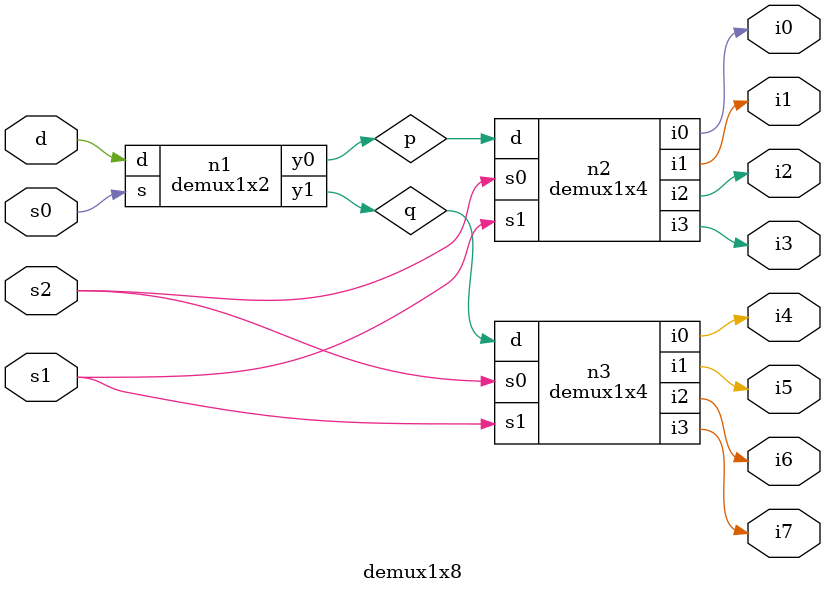
<source format=v>
module demux1x4(d,s0,s1,i0,i1,i2,i3);
    input d,s0,s1;
    output i0,i1,i2,i3;
    assign i0=(d&~s0&~s1);
    assign i1=(d&s0&~s1);
    assign i2=(d&~s0&s1);
    assign i3=(d&s0&s1);
endmodule

module demux1x2(d,s,y0,y1);
input d,s;
output y0,y1;
assign y0=d&~s;
assign y1=d&s;
endmodule

module demux1x8(d,s0,s1,s2,i0,i1,i2,i3,i4,i5,i6,i7);
input d,s0,s1,s2;
output i0,i1,i2,i3,i4,i5,i6,i7 ;
wire p,q;
demux1x2 n1(d,s0,p,q);
demux1x4 n2(p,s2,s1,i0,i1,i2,i3);
demux1x4 n3(q,s2,s1,i4,i5,i6,i7);
endmodule

</source>
